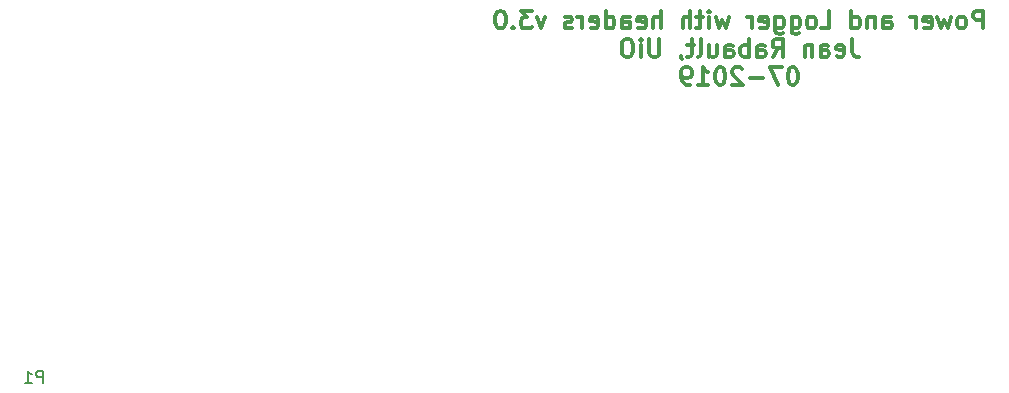
<source format=gbo>
G04 #@! TF.FileFunction,Legend,Bot*
%FSLAX46Y46*%
G04 Gerber Fmt 4.6, Leading zero omitted, Abs format (unit mm)*
G04 Created by KiCad (PCBNEW 4.0.2+dfsg1-stable) date ti. 30. juli 2019 kl. 18.04 +0200*
%MOMM*%
G01*
G04 APERTURE LIST*
%ADD10C,0.100000*%
%ADD11C,0.300000*%
%ADD12C,0.150000*%
G04 APERTURE END LIST*
D10*
D11*
X255482142Y-110153571D02*
X255482142Y-108653571D01*
X254910714Y-108653571D01*
X254767856Y-108725000D01*
X254696428Y-108796429D01*
X254624999Y-108939286D01*
X254624999Y-109153571D01*
X254696428Y-109296429D01*
X254767856Y-109367857D01*
X254910714Y-109439286D01*
X255482142Y-109439286D01*
X253767856Y-110153571D02*
X253910714Y-110082143D01*
X253982142Y-110010714D01*
X254053571Y-109867857D01*
X254053571Y-109439286D01*
X253982142Y-109296429D01*
X253910714Y-109225000D01*
X253767856Y-109153571D01*
X253553571Y-109153571D01*
X253410714Y-109225000D01*
X253339285Y-109296429D01*
X253267856Y-109439286D01*
X253267856Y-109867857D01*
X253339285Y-110010714D01*
X253410714Y-110082143D01*
X253553571Y-110153571D01*
X253767856Y-110153571D01*
X252767856Y-109153571D02*
X252482142Y-110153571D01*
X252196428Y-109439286D01*
X251910713Y-110153571D01*
X251624999Y-109153571D01*
X250482142Y-110082143D02*
X250624999Y-110153571D01*
X250910713Y-110153571D01*
X251053570Y-110082143D01*
X251124999Y-109939286D01*
X251124999Y-109367857D01*
X251053570Y-109225000D01*
X250910713Y-109153571D01*
X250624999Y-109153571D01*
X250482142Y-109225000D01*
X250410713Y-109367857D01*
X250410713Y-109510714D01*
X251124999Y-109653571D01*
X249767856Y-110153571D02*
X249767856Y-109153571D01*
X249767856Y-109439286D02*
X249696428Y-109296429D01*
X249624999Y-109225000D01*
X249482142Y-109153571D01*
X249339285Y-109153571D01*
X247053571Y-110153571D02*
X247053571Y-109367857D01*
X247125000Y-109225000D01*
X247267857Y-109153571D01*
X247553571Y-109153571D01*
X247696428Y-109225000D01*
X247053571Y-110082143D02*
X247196428Y-110153571D01*
X247553571Y-110153571D01*
X247696428Y-110082143D01*
X247767857Y-109939286D01*
X247767857Y-109796429D01*
X247696428Y-109653571D01*
X247553571Y-109582143D01*
X247196428Y-109582143D01*
X247053571Y-109510714D01*
X246339285Y-109153571D02*
X246339285Y-110153571D01*
X246339285Y-109296429D02*
X246267857Y-109225000D01*
X246124999Y-109153571D01*
X245910714Y-109153571D01*
X245767857Y-109225000D01*
X245696428Y-109367857D01*
X245696428Y-110153571D01*
X244339285Y-110153571D02*
X244339285Y-108653571D01*
X244339285Y-110082143D02*
X244482142Y-110153571D01*
X244767856Y-110153571D01*
X244910714Y-110082143D01*
X244982142Y-110010714D01*
X245053571Y-109867857D01*
X245053571Y-109439286D01*
X244982142Y-109296429D01*
X244910714Y-109225000D01*
X244767856Y-109153571D01*
X244482142Y-109153571D01*
X244339285Y-109225000D01*
X241767856Y-110153571D02*
X242482142Y-110153571D01*
X242482142Y-108653571D01*
X241053570Y-110153571D02*
X241196428Y-110082143D01*
X241267856Y-110010714D01*
X241339285Y-109867857D01*
X241339285Y-109439286D01*
X241267856Y-109296429D01*
X241196428Y-109225000D01*
X241053570Y-109153571D01*
X240839285Y-109153571D01*
X240696428Y-109225000D01*
X240624999Y-109296429D01*
X240553570Y-109439286D01*
X240553570Y-109867857D01*
X240624999Y-110010714D01*
X240696428Y-110082143D01*
X240839285Y-110153571D01*
X241053570Y-110153571D01*
X239267856Y-109153571D02*
X239267856Y-110367857D01*
X239339285Y-110510714D01*
X239410713Y-110582143D01*
X239553570Y-110653571D01*
X239767856Y-110653571D01*
X239910713Y-110582143D01*
X239267856Y-110082143D02*
X239410713Y-110153571D01*
X239696427Y-110153571D01*
X239839285Y-110082143D01*
X239910713Y-110010714D01*
X239982142Y-109867857D01*
X239982142Y-109439286D01*
X239910713Y-109296429D01*
X239839285Y-109225000D01*
X239696427Y-109153571D01*
X239410713Y-109153571D01*
X239267856Y-109225000D01*
X237910713Y-109153571D02*
X237910713Y-110367857D01*
X237982142Y-110510714D01*
X238053570Y-110582143D01*
X238196427Y-110653571D01*
X238410713Y-110653571D01*
X238553570Y-110582143D01*
X237910713Y-110082143D02*
X238053570Y-110153571D01*
X238339284Y-110153571D01*
X238482142Y-110082143D01*
X238553570Y-110010714D01*
X238624999Y-109867857D01*
X238624999Y-109439286D01*
X238553570Y-109296429D01*
X238482142Y-109225000D01*
X238339284Y-109153571D01*
X238053570Y-109153571D01*
X237910713Y-109225000D01*
X236624999Y-110082143D02*
X236767856Y-110153571D01*
X237053570Y-110153571D01*
X237196427Y-110082143D01*
X237267856Y-109939286D01*
X237267856Y-109367857D01*
X237196427Y-109225000D01*
X237053570Y-109153571D01*
X236767856Y-109153571D01*
X236624999Y-109225000D01*
X236553570Y-109367857D01*
X236553570Y-109510714D01*
X237267856Y-109653571D01*
X235910713Y-110153571D02*
X235910713Y-109153571D01*
X235910713Y-109439286D02*
X235839285Y-109296429D01*
X235767856Y-109225000D01*
X235624999Y-109153571D01*
X235482142Y-109153571D01*
X233982142Y-109153571D02*
X233696428Y-110153571D01*
X233410714Y-109439286D01*
X233124999Y-110153571D01*
X232839285Y-109153571D01*
X232267856Y-110153571D02*
X232267856Y-109153571D01*
X232267856Y-108653571D02*
X232339285Y-108725000D01*
X232267856Y-108796429D01*
X232196428Y-108725000D01*
X232267856Y-108653571D01*
X232267856Y-108796429D01*
X231767856Y-109153571D02*
X231196427Y-109153571D01*
X231553570Y-108653571D02*
X231553570Y-109939286D01*
X231482142Y-110082143D01*
X231339284Y-110153571D01*
X231196427Y-110153571D01*
X230696427Y-110153571D02*
X230696427Y-108653571D01*
X230053570Y-110153571D02*
X230053570Y-109367857D01*
X230124999Y-109225000D01*
X230267856Y-109153571D01*
X230482141Y-109153571D01*
X230624999Y-109225000D01*
X230696427Y-109296429D01*
X228196427Y-110153571D02*
X228196427Y-108653571D01*
X227553570Y-110153571D02*
X227553570Y-109367857D01*
X227624999Y-109225000D01*
X227767856Y-109153571D01*
X227982141Y-109153571D01*
X228124999Y-109225000D01*
X228196427Y-109296429D01*
X226267856Y-110082143D02*
X226410713Y-110153571D01*
X226696427Y-110153571D01*
X226839284Y-110082143D01*
X226910713Y-109939286D01*
X226910713Y-109367857D01*
X226839284Y-109225000D01*
X226696427Y-109153571D01*
X226410713Y-109153571D01*
X226267856Y-109225000D01*
X226196427Y-109367857D01*
X226196427Y-109510714D01*
X226910713Y-109653571D01*
X224910713Y-110153571D02*
X224910713Y-109367857D01*
X224982142Y-109225000D01*
X225124999Y-109153571D01*
X225410713Y-109153571D01*
X225553570Y-109225000D01*
X224910713Y-110082143D02*
X225053570Y-110153571D01*
X225410713Y-110153571D01*
X225553570Y-110082143D01*
X225624999Y-109939286D01*
X225624999Y-109796429D01*
X225553570Y-109653571D01*
X225410713Y-109582143D01*
X225053570Y-109582143D01*
X224910713Y-109510714D01*
X223553570Y-110153571D02*
X223553570Y-108653571D01*
X223553570Y-110082143D02*
X223696427Y-110153571D01*
X223982141Y-110153571D01*
X224124999Y-110082143D01*
X224196427Y-110010714D01*
X224267856Y-109867857D01*
X224267856Y-109439286D01*
X224196427Y-109296429D01*
X224124999Y-109225000D01*
X223982141Y-109153571D01*
X223696427Y-109153571D01*
X223553570Y-109225000D01*
X222267856Y-110082143D02*
X222410713Y-110153571D01*
X222696427Y-110153571D01*
X222839284Y-110082143D01*
X222910713Y-109939286D01*
X222910713Y-109367857D01*
X222839284Y-109225000D01*
X222696427Y-109153571D01*
X222410713Y-109153571D01*
X222267856Y-109225000D01*
X222196427Y-109367857D01*
X222196427Y-109510714D01*
X222910713Y-109653571D01*
X221553570Y-110153571D02*
X221553570Y-109153571D01*
X221553570Y-109439286D02*
X221482142Y-109296429D01*
X221410713Y-109225000D01*
X221267856Y-109153571D01*
X221124999Y-109153571D01*
X220696428Y-110082143D02*
X220553571Y-110153571D01*
X220267856Y-110153571D01*
X220124999Y-110082143D01*
X220053571Y-109939286D01*
X220053571Y-109867857D01*
X220124999Y-109725000D01*
X220267856Y-109653571D01*
X220482142Y-109653571D01*
X220624999Y-109582143D01*
X220696428Y-109439286D01*
X220696428Y-109367857D01*
X220624999Y-109225000D01*
X220482142Y-109153571D01*
X220267856Y-109153571D01*
X220124999Y-109225000D01*
X218410713Y-109153571D02*
X218053570Y-110153571D01*
X217696428Y-109153571D01*
X217267856Y-108653571D02*
X216339285Y-108653571D01*
X216839285Y-109225000D01*
X216624999Y-109225000D01*
X216482142Y-109296429D01*
X216410713Y-109367857D01*
X216339285Y-109510714D01*
X216339285Y-109867857D01*
X216410713Y-110010714D01*
X216482142Y-110082143D01*
X216624999Y-110153571D01*
X217053571Y-110153571D01*
X217196428Y-110082143D01*
X217267856Y-110010714D01*
X215696428Y-110010714D02*
X215625000Y-110082143D01*
X215696428Y-110153571D01*
X215767857Y-110082143D01*
X215696428Y-110010714D01*
X215696428Y-110153571D01*
X214696428Y-108653571D02*
X214553571Y-108653571D01*
X214410714Y-108725000D01*
X214339285Y-108796429D01*
X214267856Y-108939286D01*
X214196428Y-109225000D01*
X214196428Y-109582143D01*
X214267856Y-109867857D01*
X214339285Y-110010714D01*
X214410714Y-110082143D01*
X214553571Y-110153571D01*
X214696428Y-110153571D01*
X214839285Y-110082143D01*
X214910714Y-110010714D01*
X214982142Y-109867857D01*
X215053571Y-109582143D01*
X215053571Y-109225000D01*
X214982142Y-108939286D01*
X214910714Y-108796429D01*
X214839285Y-108725000D01*
X214696428Y-108653571D01*
X244375001Y-111053571D02*
X244375001Y-112125000D01*
X244446429Y-112339286D01*
X244589286Y-112482143D01*
X244803572Y-112553571D01*
X244946429Y-112553571D01*
X243089287Y-112482143D02*
X243232144Y-112553571D01*
X243517858Y-112553571D01*
X243660715Y-112482143D01*
X243732144Y-112339286D01*
X243732144Y-111767857D01*
X243660715Y-111625000D01*
X243517858Y-111553571D01*
X243232144Y-111553571D01*
X243089287Y-111625000D01*
X243017858Y-111767857D01*
X243017858Y-111910714D01*
X243732144Y-112053571D01*
X241732144Y-112553571D02*
X241732144Y-111767857D01*
X241803573Y-111625000D01*
X241946430Y-111553571D01*
X242232144Y-111553571D01*
X242375001Y-111625000D01*
X241732144Y-112482143D02*
X241875001Y-112553571D01*
X242232144Y-112553571D01*
X242375001Y-112482143D01*
X242446430Y-112339286D01*
X242446430Y-112196429D01*
X242375001Y-112053571D01*
X242232144Y-111982143D01*
X241875001Y-111982143D01*
X241732144Y-111910714D01*
X241017858Y-111553571D02*
X241017858Y-112553571D01*
X241017858Y-111696429D02*
X240946430Y-111625000D01*
X240803572Y-111553571D01*
X240589287Y-111553571D01*
X240446430Y-111625000D01*
X240375001Y-111767857D01*
X240375001Y-112553571D01*
X237660715Y-112553571D02*
X238160715Y-111839286D01*
X238517858Y-112553571D02*
X238517858Y-111053571D01*
X237946430Y-111053571D01*
X237803572Y-111125000D01*
X237732144Y-111196429D01*
X237660715Y-111339286D01*
X237660715Y-111553571D01*
X237732144Y-111696429D01*
X237803572Y-111767857D01*
X237946430Y-111839286D01*
X238517858Y-111839286D01*
X236375001Y-112553571D02*
X236375001Y-111767857D01*
X236446430Y-111625000D01*
X236589287Y-111553571D01*
X236875001Y-111553571D01*
X237017858Y-111625000D01*
X236375001Y-112482143D02*
X236517858Y-112553571D01*
X236875001Y-112553571D01*
X237017858Y-112482143D01*
X237089287Y-112339286D01*
X237089287Y-112196429D01*
X237017858Y-112053571D01*
X236875001Y-111982143D01*
X236517858Y-111982143D01*
X236375001Y-111910714D01*
X235660715Y-112553571D02*
X235660715Y-111053571D01*
X235660715Y-111625000D02*
X235517858Y-111553571D01*
X235232144Y-111553571D01*
X235089287Y-111625000D01*
X235017858Y-111696429D01*
X234946429Y-111839286D01*
X234946429Y-112267857D01*
X235017858Y-112410714D01*
X235089287Y-112482143D01*
X235232144Y-112553571D01*
X235517858Y-112553571D01*
X235660715Y-112482143D01*
X233660715Y-112553571D02*
X233660715Y-111767857D01*
X233732144Y-111625000D01*
X233875001Y-111553571D01*
X234160715Y-111553571D01*
X234303572Y-111625000D01*
X233660715Y-112482143D02*
X233803572Y-112553571D01*
X234160715Y-112553571D01*
X234303572Y-112482143D01*
X234375001Y-112339286D01*
X234375001Y-112196429D01*
X234303572Y-112053571D01*
X234160715Y-111982143D01*
X233803572Y-111982143D01*
X233660715Y-111910714D01*
X232303572Y-111553571D02*
X232303572Y-112553571D01*
X232946429Y-111553571D02*
X232946429Y-112339286D01*
X232875001Y-112482143D01*
X232732143Y-112553571D01*
X232517858Y-112553571D01*
X232375001Y-112482143D01*
X232303572Y-112410714D01*
X231375000Y-112553571D02*
X231517858Y-112482143D01*
X231589286Y-112339286D01*
X231589286Y-111053571D01*
X231017858Y-111553571D02*
X230446429Y-111553571D01*
X230803572Y-111053571D02*
X230803572Y-112339286D01*
X230732144Y-112482143D01*
X230589286Y-112553571D01*
X230446429Y-112553571D01*
X229875001Y-112482143D02*
X229875001Y-112553571D01*
X229946429Y-112696429D01*
X230017858Y-112767857D01*
X228089286Y-111053571D02*
X228089286Y-112267857D01*
X228017858Y-112410714D01*
X227946429Y-112482143D01*
X227803572Y-112553571D01*
X227517858Y-112553571D01*
X227375000Y-112482143D01*
X227303572Y-112410714D01*
X227232143Y-112267857D01*
X227232143Y-111053571D01*
X226517857Y-112553571D02*
X226517857Y-111553571D01*
X226517857Y-111053571D02*
X226589286Y-111125000D01*
X226517857Y-111196429D01*
X226446429Y-111125000D01*
X226517857Y-111053571D01*
X226517857Y-111196429D01*
X225517857Y-111053571D02*
X225232143Y-111053571D01*
X225089285Y-111125000D01*
X224946428Y-111267857D01*
X224875000Y-111553571D01*
X224875000Y-112053571D01*
X224946428Y-112339286D01*
X225089285Y-112482143D01*
X225232143Y-112553571D01*
X225517857Y-112553571D01*
X225660714Y-112482143D01*
X225803571Y-112339286D01*
X225875000Y-112053571D01*
X225875000Y-111553571D01*
X225803571Y-111267857D01*
X225660714Y-111125000D01*
X225517857Y-111053571D01*
X239446427Y-113453571D02*
X239303570Y-113453571D01*
X239160713Y-113525000D01*
X239089284Y-113596429D01*
X239017855Y-113739286D01*
X238946427Y-114025000D01*
X238946427Y-114382143D01*
X239017855Y-114667857D01*
X239089284Y-114810714D01*
X239160713Y-114882143D01*
X239303570Y-114953571D01*
X239446427Y-114953571D01*
X239589284Y-114882143D01*
X239660713Y-114810714D01*
X239732141Y-114667857D01*
X239803570Y-114382143D01*
X239803570Y-114025000D01*
X239732141Y-113739286D01*
X239660713Y-113596429D01*
X239589284Y-113525000D01*
X239446427Y-113453571D01*
X238446427Y-113453571D02*
X237446427Y-113453571D01*
X238089284Y-114953571D01*
X236874999Y-114382143D02*
X235732142Y-114382143D01*
X235089285Y-113596429D02*
X235017856Y-113525000D01*
X234874999Y-113453571D01*
X234517856Y-113453571D01*
X234374999Y-113525000D01*
X234303570Y-113596429D01*
X234232142Y-113739286D01*
X234232142Y-113882143D01*
X234303570Y-114096429D01*
X235160713Y-114953571D01*
X234232142Y-114953571D01*
X233303571Y-113453571D02*
X233160714Y-113453571D01*
X233017857Y-113525000D01*
X232946428Y-113596429D01*
X232874999Y-113739286D01*
X232803571Y-114025000D01*
X232803571Y-114382143D01*
X232874999Y-114667857D01*
X232946428Y-114810714D01*
X233017857Y-114882143D01*
X233160714Y-114953571D01*
X233303571Y-114953571D01*
X233446428Y-114882143D01*
X233517857Y-114810714D01*
X233589285Y-114667857D01*
X233660714Y-114382143D01*
X233660714Y-114025000D01*
X233589285Y-113739286D01*
X233517857Y-113596429D01*
X233446428Y-113525000D01*
X233303571Y-113453571D01*
X231375000Y-114953571D02*
X232232143Y-114953571D01*
X231803571Y-114953571D02*
X231803571Y-113453571D01*
X231946428Y-113667857D01*
X232089286Y-113810714D01*
X232232143Y-113882143D01*
X230660715Y-114953571D02*
X230375000Y-114953571D01*
X230232143Y-114882143D01*
X230160715Y-114810714D01*
X230017857Y-114596429D01*
X229946429Y-114310714D01*
X229946429Y-113739286D01*
X230017857Y-113596429D01*
X230089286Y-113525000D01*
X230232143Y-113453571D01*
X230517857Y-113453571D01*
X230660715Y-113525000D01*
X230732143Y-113596429D01*
X230803572Y-113739286D01*
X230803572Y-114096429D01*
X230732143Y-114239286D01*
X230660715Y-114310714D01*
X230517857Y-114382143D01*
X230232143Y-114382143D01*
X230089286Y-114310714D01*
X230017857Y-114239286D01*
X229946429Y-114096429D01*
D12*
X175886695Y-140155581D02*
X175886695Y-139155581D01*
X175505742Y-139155581D01*
X175410504Y-139203200D01*
X175362885Y-139250819D01*
X175315266Y-139346057D01*
X175315266Y-139488914D01*
X175362885Y-139584152D01*
X175410504Y-139631771D01*
X175505742Y-139679390D01*
X175886695Y-139679390D01*
X174362885Y-140155581D02*
X174934314Y-140155581D01*
X174648600Y-140155581D02*
X174648600Y-139155581D01*
X174743838Y-139298438D01*
X174839076Y-139393676D01*
X174934314Y-139441295D01*
M02*

</source>
